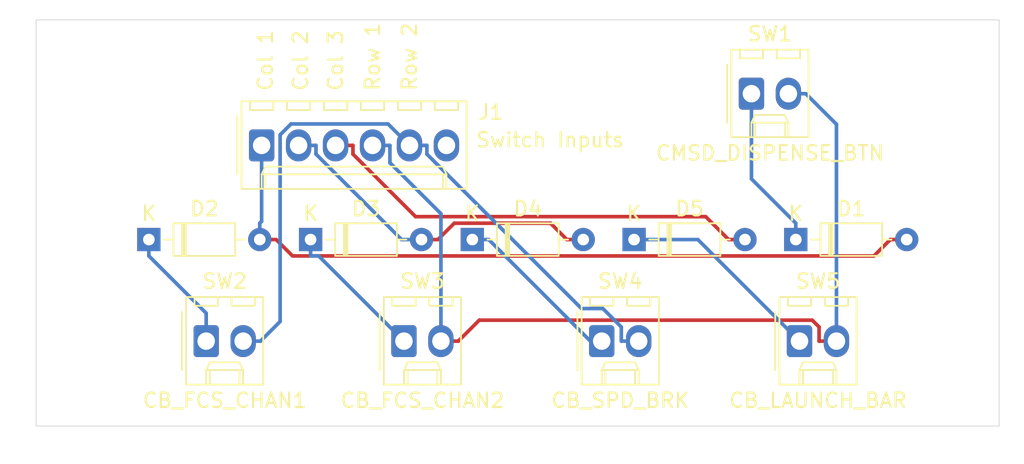
<source format=kicad_pcb>
(kicad_pcb (version 20171130) (host pcbnew "(5.1.5-0-10_14)")

  (general
    (thickness 1.6)
    (drawings 9)
    (tracks 63)
    (zones 0)
    (modules 15)
    (nets 11)
  )

  (page A4)
  (layers
    (0 F.Cu signal)
    (31 B.Cu signal)
    (32 B.Adhes user)
    (33 F.Adhes user)
    (34 B.Paste user)
    (35 F.Paste user)
    (36 B.SilkS user)
    (37 F.SilkS user)
    (38 B.Mask user)
    (39 F.Mask user)
    (40 Dwgs.User user)
    (41 Cmts.User user)
    (42 Eco1.User user)
    (43 Eco2.User user)
    (44 Edge.Cuts user)
    (45 Margin user)
    (46 B.CrtYd user)
    (47 F.CrtYd user)
    (48 B.Fab user)
    (49 F.Fab user)
  )

  (setup
    (last_trace_width 0.25)
    (trace_clearance 0.2)
    (zone_clearance 0.508)
    (zone_45_only no)
    (trace_min 0.2)
    (via_size 0.8)
    (via_drill 0.4)
    (via_min_size 0.4)
    (via_min_drill 0.3)
    (uvia_size 0.3)
    (uvia_drill 0.1)
    (uvias_allowed no)
    (uvia_min_size 0.2)
    (uvia_min_drill 0.1)
    (edge_width 0.05)
    (segment_width 0.2)
    (pcb_text_width 0.3)
    (pcb_text_size 1.5 1.5)
    (mod_edge_width 0.12)
    (mod_text_size 1 1)
    (mod_text_width 0.15)
    (pad_size 1.524 1.524)
    (pad_drill 0.762)
    (pad_to_mask_clearance 0.051)
    (solder_mask_min_width 0.25)
    (aux_axis_origin 0 0)
    (visible_elements FFFFFF7F)
    (pcbplotparams
      (layerselection 0x010fc_ffffffff)
      (usegerberextensions false)
      (usegerberattributes false)
      (usegerberadvancedattributes false)
      (creategerberjobfile false)
      (excludeedgelayer true)
      (linewidth 0.100000)
      (plotframeref false)
      (viasonmask false)
      (mode 1)
      (useauxorigin false)
      (hpglpennumber 1)
      (hpglpenspeed 20)
      (hpglpendiameter 15.000000)
      (psnegative false)
      (psa4output false)
      (plotreference true)
      (plotvalue true)
      (plotinvisibletext false)
      (padsonsilk false)
      (subtractmaskfromsilk false)
      (outputformat 1)
      (mirror false)
      (drillshape 0)
      (scaleselection 1)
      (outputdirectory "manufacturing"))
  )

  (net 0 "")
  (net 1 /Col1)
  (net 2 "Net-(D1-Pad1)")
  (net 3 "Net-(D2-Pad1)")
  (net 4 /Col2)
  (net 5 "Net-(D3-Pad1)")
  (net 6 "Net-(D4-Pad1)")
  (net 7 /Col3)
  (net 8 "Net-(D5-Pad1)")
  (net 9 /Row2)
  (net 10 /Row1)

  (net_class Default "This is the default net class."
    (clearance 0.2)
    (trace_width 0.25)
    (via_dia 0.8)
    (via_drill 0.4)
    (uvia_dia 0.3)
    (uvia_drill 0.1)
    (add_net /Col1)
    (add_net /Col2)
    (add_net /Col3)
    (add_net /Row1)
    (add_net /Row2)
    (add_net "Net-(D1-Pad1)")
    (add_net "Net-(D2-Pad1)")
    (add_net "Net-(D3-Pad1)")
    (add_net "Net-(D4-Pad1)")
    (add_net "Net-(D5-Pad1)")
  )

  (module PT_Library_v001:Molex_1x02_P2.54mm_Vertical (layer F.Cu) (tedit 5B78013E) (tstamp 604BF964)
    (at 158.496 109.855)
    (descr "Molex KK-254 Interconnect System, old/engineering part number: AE-6410-02A example for new part number: 22-27-2021, 2 Pins (http://www.molex.com/pdm_docs/sd/022272021_sd.pdf), generated with kicad-footprint-generator")
    (tags "connector Molex KK-254 side entry")
    (path /5FCBFB32)
    (fp_text reference SW5 (at 1.27 -4.12) (layer F.SilkS)
      (effects (font (size 1 1) (thickness 0.15)))
    )
    (fp_text value CB_LAUNCH_BAR (at 1.27 4.08) (layer F.SilkS)
      (effects (font (size 1 1) (thickness 0.15)))
    )
    (fp_text user %R (at 1.27 -2.22) (layer F.Fab)
      (effects (font (size 1 1) (thickness 0.15)))
    )
    (fp_line (start 4.31 -3.42) (end -1.77 -3.42) (layer F.CrtYd) (width 0.05))
    (fp_line (start 4.31 3.38) (end 4.31 -3.42) (layer F.CrtYd) (width 0.05))
    (fp_line (start -1.77 3.38) (end 4.31 3.38) (layer F.CrtYd) (width 0.05))
    (fp_line (start -1.77 -3.42) (end -1.77 3.38) (layer F.CrtYd) (width 0.05))
    (fp_line (start 3.34 -2.43) (end 3.34 -3.03) (layer F.SilkS) (width 0.12))
    (fp_line (start 1.74 -2.43) (end 3.34 -2.43) (layer F.SilkS) (width 0.12))
    (fp_line (start 1.74 -3.03) (end 1.74 -2.43) (layer F.SilkS) (width 0.12))
    (fp_line (start 0.8 -2.43) (end 0.8 -3.03) (layer F.SilkS) (width 0.12))
    (fp_line (start -0.8 -2.43) (end 0.8 -2.43) (layer F.SilkS) (width 0.12))
    (fp_line (start -0.8 -3.03) (end -0.8 -2.43) (layer F.SilkS) (width 0.12))
    (fp_line (start 2.29 2.99) (end 2.29 1.99) (layer F.SilkS) (width 0.12))
    (fp_line (start 0.25 2.99) (end 0.25 1.99) (layer F.SilkS) (width 0.12))
    (fp_line (start 2.29 1.46) (end 2.54 1.99) (layer F.SilkS) (width 0.12))
    (fp_line (start 0.25 1.46) (end 2.29 1.46) (layer F.SilkS) (width 0.12))
    (fp_line (start 0 1.99) (end 0.25 1.46) (layer F.SilkS) (width 0.12))
    (fp_line (start 2.54 1.99) (end 2.54 2.99) (layer F.SilkS) (width 0.12))
    (fp_line (start 0 1.99) (end 2.54 1.99) (layer F.SilkS) (width 0.12))
    (fp_line (start 0 2.99) (end 0 1.99) (layer F.SilkS) (width 0.12))
    (fp_line (start -0.562893 0) (end -1.27 0.5) (layer F.Fab) (width 0.1))
    (fp_line (start -1.27 -0.5) (end -0.562893 0) (layer F.Fab) (width 0.1))
    (fp_line (start -1.67 -2) (end -1.67 2) (layer F.SilkS) (width 0.12))
    (fp_line (start 3.92 -3.03) (end -1.38 -3.03) (layer F.SilkS) (width 0.12))
    (fp_line (start 3.92 2.99) (end 3.92 -3.03) (layer F.SilkS) (width 0.12))
    (fp_line (start -1.38 2.99) (end 3.92 2.99) (layer F.SilkS) (width 0.12))
    (fp_line (start -1.38 -3.03) (end -1.38 2.99) (layer F.SilkS) (width 0.12))
    (fp_line (start 3.81 -2.92) (end -1.27 -2.92) (layer F.Fab) (width 0.1))
    (fp_line (start 3.81 2.88) (end 3.81 -2.92) (layer F.Fab) (width 0.1))
    (fp_line (start -1.27 2.88) (end 3.81 2.88) (layer F.Fab) (width 0.1))
    (fp_line (start -1.27 -2.92) (end -1.27 2.88) (layer F.Fab) (width 0.1))
    (pad 2 thru_hole oval (at 2.54 0) (size 1.74 2.2) (drill 1.2) (layers *.Cu *.Mask)
      (net 10 /Row1))
    (pad 1 thru_hole roundrect (at 0 0) (size 1.74 2.2) (drill 1.2) (layers *.Cu *.Mask) (roundrect_rratio 0.143678)
      (net 8 "Net-(D5-Pad1)"))
    (model ${KISYS3DMOD}/Connector_Molex.3dshapes/Molex_KK-254_AE-6410-02A_1x02_P2.54mm_Vertical.wrl
      (at (xyz 0 0 0))
      (scale (xyz 1 1 1))
      (rotate (xyz 0 0 0))
    )
  )

  (module PT_Library_v001:Molex_1x02_P2.54mm_Vertical (layer F.Cu) (tedit 5B78013E) (tstamp 604BF940)
    (at 144.907 109.855)
    (descr "Molex KK-254 Interconnect System, old/engineering part number: AE-6410-02A example for new part number: 22-27-2021, 2 Pins (http://www.molex.com/pdm_docs/sd/022272021_sd.pdf), generated with kicad-footprint-generator")
    (tags "connector Molex KK-254 side entry")
    (path /5FCBF386)
    (fp_text reference SW4 (at 1.27 -4.12) (layer F.SilkS)
      (effects (font (size 1 1) (thickness 0.15)))
    )
    (fp_text value CB_SPD_BRK (at 1.27 4.08) (layer F.SilkS)
      (effects (font (size 1 1) (thickness 0.15)))
    )
    (fp_text user %R (at 1.27 -2.22) (layer F.Fab)
      (effects (font (size 1 1) (thickness 0.15)))
    )
    (fp_line (start 4.31 -3.42) (end -1.77 -3.42) (layer F.CrtYd) (width 0.05))
    (fp_line (start 4.31 3.38) (end 4.31 -3.42) (layer F.CrtYd) (width 0.05))
    (fp_line (start -1.77 3.38) (end 4.31 3.38) (layer F.CrtYd) (width 0.05))
    (fp_line (start -1.77 -3.42) (end -1.77 3.38) (layer F.CrtYd) (width 0.05))
    (fp_line (start 3.34 -2.43) (end 3.34 -3.03) (layer F.SilkS) (width 0.12))
    (fp_line (start 1.74 -2.43) (end 3.34 -2.43) (layer F.SilkS) (width 0.12))
    (fp_line (start 1.74 -3.03) (end 1.74 -2.43) (layer F.SilkS) (width 0.12))
    (fp_line (start 0.8 -2.43) (end 0.8 -3.03) (layer F.SilkS) (width 0.12))
    (fp_line (start -0.8 -2.43) (end 0.8 -2.43) (layer F.SilkS) (width 0.12))
    (fp_line (start -0.8 -3.03) (end -0.8 -2.43) (layer F.SilkS) (width 0.12))
    (fp_line (start 2.29 2.99) (end 2.29 1.99) (layer F.SilkS) (width 0.12))
    (fp_line (start 0.25 2.99) (end 0.25 1.99) (layer F.SilkS) (width 0.12))
    (fp_line (start 2.29 1.46) (end 2.54 1.99) (layer F.SilkS) (width 0.12))
    (fp_line (start 0.25 1.46) (end 2.29 1.46) (layer F.SilkS) (width 0.12))
    (fp_line (start 0 1.99) (end 0.25 1.46) (layer F.SilkS) (width 0.12))
    (fp_line (start 2.54 1.99) (end 2.54 2.99) (layer F.SilkS) (width 0.12))
    (fp_line (start 0 1.99) (end 2.54 1.99) (layer F.SilkS) (width 0.12))
    (fp_line (start 0 2.99) (end 0 1.99) (layer F.SilkS) (width 0.12))
    (fp_line (start -0.562893 0) (end -1.27 0.5) (layer F.Fab) (width 0.1))
    (fp_line (start -1.27 -0.5) (end -0.562893 0) (layer F.Fab) (width 0.1))
    (fp_line (start -1.67 -2) (end -1.67 2) (layer F.SilkS) (width 0.12))
    (fp_line (start 3.92 -3.03) (end -1.38 -3.03) (layer F.SilkS) (width 0.12))
    (fp_line (start 3.92 2.99) (end 3.92 -3.03) (layer F.SilkS) (width 0.12))
    (fp_line (start -1.38 2.99) (end 3.92 2.99) (layer F.SilkS) (width 0.12))
    (fp_line (start -1.38 -3.03) (end -1.38 2.99) (layer F.SilkS) (width 0.12))
    (fp_line (start 3.81 -2.92) (end -1.27 -2.92) (layer F.Fab) (width 0.1))
    (fp_line (start 3.81 2.88) (end 3.81 -2.92) (layer F.Fab) (width 0.1))
    (fp_line (start -1.27 2.88) (end 3.81 2.88) (layer F.Fab) (width 0.1))
    (fp_line (start -1.27 -2.92) (end -1.27 2.88) (layer F.Fab) (width 0.1))
    (pad 2 thru_hole oval (at 2.54 0) (size 1.74 2.2) (drill 1.2) (layers *.Cu *.Mask)
      (net 9 /Row2))
    (pad 1 thru_hole roundrect (at 0 0) (size 1.74 2.2) (drill 1.2) (layers *.Cu *.Mask) (roundrect_rratio 0.143678)
      (net 6 "Net-(D4-Pad1)"))
    (model ${KISYS3DMOD}/Connector_Molex.3dshapes/Molex_KK-254_AE-6410-02A_1x02_P2.54mm_Vertical.wrl
      (at (xyz 0 0 0))
      (scale (xyz 1 1 1))
      (rotate (xyz 0 0 0))
    )
  )

  (module PT_Library_v001:Molex_1x02_P2.54mm_Vertical (layer F.Cu) (tedit 5B78013E) (tstamp 604BF91C)
    (at 131.318 109.855)
    (descr "Molex KK-254 Interconnect System, old/engineering part number: AE-6410-02A example for new part number: 22-27-2021, 2 Pins (http://www.molex.com/pdm_docs/sd/022272021_sd.pdf), generated with kicad-footprint-generator")
    (tags "connector Molex KK-254 side entry")
    (path /5FCBEC5D)
    (fp_text reference SW3 (at 1.27 -4.12) (layer F.SilkS)
      (effects (font (size 1 1) (thickness 0.15)))
    )
    (fp_text value CB_FCS_CHAN2 (at 1.27 4.08) (layer F.SilkS)
      (effects (font (size 1 1) (thickness 0.15)))
    )
    (fp_text user %R (at 1.27 -2.22) (layer F.Fab)
      (effects (font (size 1 1) (thickness 0.15)))
    )
    (fp_line (start 4.31 -3.42) (end -1.77 -3.42) (layer F.CrtYd) (width 0.05))
    (fp_line (start 4.31 3.38) (end 4.31 -3.42) (layer F.CrtYd) (width 0.05))
    (fp_line (start -1.77 3.38) (end 4.31 3.38) (layer F.CrtYd) (width 0.05))
    (fp_line (start -1.77 -3.42) (end -1.77 3.38) (layer F.CrtYd) (width 0.05))
    (fp_line (start 3.34 -2.43) (end 3.34 -3.03) (layer F.SilkS) (width 0.12))
    (fp_line (start 1.74 -2.43) (end 3.34 -2.43) (layer F.SilkS) (width 0.12))
    (fp_line (start 1.74 -3.03) (end 1.74 -2.43) (layer F.SilkS) (width 0.12))
    (fp_line (start 0.8 -2.43) (end 0.8 -3.03) (layer F.SilkS) (width 0.12))
    (fp_line (start -0.8 -2.43) (end 0.8 -2.43) (layer F.SilkS) (width 0.12))
    (fp_line (start -0.8 -3.03) (end -0.8 -2.43) (layer F.SilkS) (width 0.12))
    (fp_line (start 2.29 2.99) (end 2.29 1.99) (layer F.SilkS) (width 0.12))
    (fp_line (start 0.25 2.99) (end 0.25 1.99) (layer F.SilkS) (width 0.12))
    (fp_line (start 2.29 1.46) (end 2.54 1.99) (layer F.SilkS) (width 0.12))
    (fp_line (start 0.25 1.46) (end 2.29 1.46) (layer F.SilkS) (width 0.12))
    (fp_line (start 0 1.99) (end 0.25 1.46) (layer F.SilkS) (width 0.12))
    (fp_line (start 2.54 1.99) (end 2.54 2.99) (layer F.SilkS) (width 0.12))
    (fp_line (start 0 1.99) (end 2.54 1.99) (layer F.SilkS) (width 0.12))
    (fp_line (start 0 2.99) (end 0 1.99) (layer F.SilkS) (width 0.12))
    (fp_line (start -0.562893 0) (end -1.27 0.5) (layer F.Fab) (width 0.1))
    (fp_line (start -1.27 -0.5) (end -0.562893 0) (layer F.Fab) (width 0.1))
    (fp_line (start -1.67 -2) (end -1.67 2) (layer F.SilkS) (width 0.12))
    (fp_line (start 3.92 -3.03) (end -1.38 -3.03) (layer F.SilkS) (width 0.12))
    (fp_line (start 3.92 2.99) (end 3.92 -3.03) (layer F.SilkS) (width 0.12))
    (fp_line (start -1.38 2.99) (end 3.92 2.99) (layer F.SilkS) (width 0.12))
    (fp_line (start -1.38 -3.03) (end -1.38 2.99) (layer F.SilkS) (width 0.12))
    (fp_line (start 3.81 -2.92) (end -1.27 -2.92) (layer F.Fab) (width 0.1))
    (fp_line (start 3.81 2.88) (end 3.81 -2.92) (layer F.Fab) (width 0.1))
    (fp_line (start -1.27 2.88) (end 3.81 2.88) (layer F.Fab) (width 0.1))
    (fp_line (start -1.27 -2.92) (end -1.27 2.88) (layer F.Fab) (width 0.1))
    (pad 2 thru_hole oval (at 2.54 0) (size 1.74 2.2) (drill 1.2) (layers *.Cu *.Mask)
      (net 10 /Row1))
    (pad 1 thru_hole roundrect (at 0 0) (size 1.74 2.2) (drill 1.2) (layers *.Cu *.Mask) (roundrect_rratio 0.143678)
      (net 5 "Net-(D3-Pad1)"))
    (model ${KISYS3DMOD}/Connector_Molex.3dshapes/Molex_KK-254_AE-6410-02A_1x02_P2.54mm_Vertical.wrl
      (at (xyz 0 0 0))
      (scale (xyz 1 1 1))
      (rotate (xyz 0 0 0))
    )
  )

  (module PT_Library_v001:Molex_1x02_P2.54mm_Vertical (layer F.Cu) (tedit 5B78013E) (tstamp 604BF8F8)
    (at 117.729 109.855)
    (descr "Molex KK-254 Interconnect System, old/engineering part number: AE-6410-02A example for new part number: 22-27-2021, 2 Pins (http://www.molex.com/pdm_docs/sd/022272021_sd.pdf), generated with kicad-footprint-generator")
    (tags "connector Molex KK-254 side entry")
    (path /5FCBDA4D)
    (fp_text reference SW2 (at 1.27 -4.12) (layer F.SilkS)
      (effects (font (size 1 1) (thickness 0.15)))
    )
    (fp_text value CB_FCS_CHAN1 (at 1.27 4.08) (layer F.SilkS)
      (effects (font (size 1 1) (thickness 0.15)))
    )
    (fp_text user %R (at 1.27 -2.22) (layer F.Fab)
      (effects (font (size 1 1) (thickness 0.15)))
    )
    (fp_line (start 4.31 -3.42) (end -1.77 -3.42) (layer F.CrtYd) (width 0.05))
    (fp_line (start 4.31 3.38) (end 4.31 -3.42) (layer F.CrtYd) (width 0.05))
    (fp_line (start -1.77 3.38) (end 4.31 3.38) (layer F.CrtYd) (width 0.05))
    (fp_line (start -1.77 -3.42) (end -1.77 3.38) (layer F.CrtYd) (width 0.05))
    (fp_line (start 3.34 -2.43) (end 3.34 -3.03) (layer F.SilkS) (width 0.12))
    (fp_line (start 1.74 -2.43) (end 3.34 -2.43) (layer F.SilkS) (width 0.12))
    (fp_line (start 1.74 -3.03) (end 1.74 -2.43) (layer F.SilkS) (width 0.12))
    (fp_line (start 0.8 -2.43) (end 0.8 -3.03) (layer F.SilkS) (width 0.12))
    (fp_line (start -0.8 -2.43) (end 0.8 -2.43) (layer F.SilkS) (width 0.12))
    (fp_line (start -0.8 -3.03) (end -0.8 -2.43) (layer F.SilkS) (width 0.12))
    (fp_line (start 2.29 2.99) (end 2.29 1.99) (layer F.SilkS) (width 0.12))
    (fp_line (start 0.25 2.99) (end 0.25 1.99) (layer F.SilkS) (width 0.12))
    (fp_line (start 2.29 1.46) (end 2.54 1.99) (layer F.SilkS) (width 0.12))
    (fp_line (start 0.25 1.46) (end 2.29 1.46) (layer F.SilkS) (width 0.12))
    (fp_line (start 0 1.99) (end 0.25 1.46) (layer F.SilkS) (width 0.12))
    (fp_line (start 2.54 1.99) (end 2.54 2.99) (layer F.SilkS) (width 0.12))
    (fp_line (start 0 1.99) (end 2.54 1.99) (layer F.SilkS) (width 0.12))
    (fp_line (start 0 2.99) (end 0 1.99) (layer F.SilkS) (width 0.12))
    (fp_line (start -0.562893 0) (end -1.27 0.5) (layer F.Fab) (width 0.1))
    (fp_line (start -1.27 -0.5) (end -0.562893 0) (layer F.Fab) (width 0.1))
    (fp_line (start -1.67 -2) (end -1.67 2) (layer F.SilkS) (width 0.12))
    (fp_line (start 3.92 -3.03) (end -1.38 -3.03) (layer F.SilkS) (width 0.12))
    (fp_line (start 3.92 2.99) (end 3.92 -3.03) (layer F.SilkS) (width 0.12))
    (fp_line (start -1.38 2.99) (end 3.92 2.99) (layer F.SilkS) (width 0.12))
    (fp_line (start -1.38 -3.03) (end -1.38 2.99) (layer F.SilkS) (width 0.12))
    (fp_line (start 3.81 -2.92) (end -1.27 -2.92) (layer F.Fab) (width 0.1))
    (fp_line (start 3.81 2.88) (end 3.81 -2.92) (layer F.Fab) (width 0.1))
    (fp_line (start -1.27 2.88) (end 3.81 2.88) (layer F.Fab) (width 0.1))
    (fp_line (start -1.27 -2.92) (end -1.27 2.88) (layer F.Fab) (width 0.1))
    (pad 2 thru_hole oval (at 2.54 0) (size 1.74 2.2) (drill 1.2) (layers *.Cu *.Mask)
      (net 9 /Row2))
    (pad 1 thru_hole roundrect (at 0 0) (size 1.74 2.2) (drill 1.2) (layers *.Cu *.Mask) (roundrect_rratio 0.143678)
      (net 3 "Net-(D2-Pad1)"))
    (model ${KISYS3DMOD}/Connector_Molex.3dshapes/Molex_KK-254_AE-6410-02A_1x02_P2.54mm_Vertical.wrl
      (at (xyz 0 0 0))
      (scale (xyz 1 1 1))
      (rotate (xyz 0 0 0))
    )
  )

  (module PT_Library_v001:Molex_1x02_P2.54mm_Vertical (layer F.Cu) (tedit 5B78013E) (tstamp 604BF8D4)
    (at 155.194 92.837)
    (descr "Molex KK-254 Interconnect System, old/engineering part number: AE-6410-02A example for new part number: 22-27-2021, 2 Pins (http://www.molex.com/pdm_docs/sd/022272021_sd.pdf), generated with kicad-footprint-generator")
    (tags "connector Molex KK-254 side entry")
    (path /5FC6A958)
    (fp_text reference SW1 (at 1.27 -4.12) (layer F.SilkS)
      (effects (font (size 1 1) (thickness 0.15)))
    )
    (fp_text value CMSD_DISPENSE_BTN (at 1.27 4.08) (layer F.SilkS)
      (effects (font (size 1 1) (thickness 0.15)))
    )
    (fp_text user %R (at 1.27 -2.22) (layer F.Fab)
      (effects (font (size 1 1) (thickness 0.15)))
    )
    (fp_line (start 4.31 -3.42) (end -1.77 -3.42) (layer F.CrtYd) (width 0.05))
    (fp_line (start 4.31 3.38) (end 4.31 -3.42) (layer F.CrtYd) (width 0.05))
    (fp_line (start -1.77 3.38) (end 4.31 3.38) (layer F.CrtYd) (width 0.05))
    (fp_line (start -1.77 -3.42) (end -1.77 3.38) (layer F.CrtYd) (width 0.05))
    (fp_line (start 3.34 -2.43) (end 3.34 -3.03) (layer F.SilkS) (width 0.12))
    (fp_line (start 1.74 -2.43) (end 3.34 -2.43) (layer F.SilkS) (width 0.12))
    (fp_line (start 1.74 -3.03) (end 1.74 -2.43) (layer F.SilkS) (width 0.12))
    (fp_line (start 0.8 -2.43) (end 0.8 -3.03) (layer F.SilkS) (width 0.12))
    (fp_line (start -0.8 -2.43) (end 0.8 -2.43) (layer F.SilkS) (width 0.12))
    (fp_line (start -0.8 -3.03) (end -0.8 -2.43) (layer F.SilkS) (width 0.12))
    (fp_line (start 2.29 2.99) (end 2.29 1.99) (layer F.SilkS) (width 0.12))
    (fp_line (start 0.25 2.99) (end 0.25 1.99) (layer F.SilkS) (width 0.12))
    (fp_line (start 2.29 1.46) (end 2.54 1.99) (layer F.SilkS) (width 0.12))
    (fp_line (start 0.25 1.46) (end 2.29 1.46) (layer F.SilkS) (width 0.12))
    (fp_line (start 0 1.99) (end 0.25 1.46) (layer F.SilkS) (width 0.12))
    (fp_line (start 2.54 1.99) (end 2.54 2.99) (layer F.SilkS) (width 0.12))
    (fp_line (start 0 1.99) (end 2.54 1.99) (layer F.SilkS) (width 0.12))
    (fp_line (start 0 2.99) (end 0 1.99) (layer F.SilkS) (width 0.12))
    (fp_line (start -0.562893 0) (end -1.27 0.5) (layer F.Fab) (width 0.1))
    (fp_line (start -1.27 -0.5) (end -0.562893 0) (layer F.Fab) (width 0.1))
    (fp_line (start -1.67 -2) (end -1.67 2) (layer F.SilkS) (width 0.12))
    (fp_line (start 3.92 -3.03) (end -1.38 -3.03) (layer F.SilkS) (width 0.12))
    (fp_line (start 3.92 2.99) (end 3.92 -3.03) (layer F.SilkS) (width 0.12))
    (fp_line (start -1.38 2.99) (end 3.92 2.99) (layer F.SilkS) (width 0.12))
    (fp_line (start -1.38 -3.03) (end -1.38 2.99) (layer F.SilkS) (width 0.12))
    (fp_line (start 3.81 -2.92) (end -1.27 -2.92) (layer F.Fab) (width 0.1))
    (fp_line (start 3.81 2.88) (end 3.81 -2.92) (layer F.Fab) (width 0.1))
    (fp_line (start -1.27 2.88) (end 3.81 2.88) (layer F.Fab) (width 0.1))
    (fp_line (start -1.27 -2.92) (end -1.27 2.88) (layer F.Fab) (width 0.1))
    (pad 2 thru_hole oval (at 2.54 0) (size 1.74 2.2) (drill 1.2) (layers *.Cu *.Mask)
      (net 10 /Row1))
    (pad 1 thru_hole roundrect (at 0 0) (size 1.74 2.2) (drill 1.2) (layers *.Cu *.Mask) (roundrect_rratio 0.143678)
      (net 2 "Net-(D1-Pad1)"))
    (model ${KISYS3DMOD}/Connector_Molex.3dshapes/Molex_KK-254_AE-6410-02A_1x02_P2.54mm_Vertical.wrl
      (at (xyz 0 0 0))
      (scale (xyz 1 1 1))
      (rotate (xyz 0 0 0))
    )
  )

  (module PT_Library_v001:Molex_1x06_P2.54mm_Vertical (layer F.Cu) (tedit 5B78013E) (tstamp 604BF8B0)
    (at 121.539 96.393)
    (descr "Molex KK-254 Interconnect System, old/engineering part number: AE-6410-06A example for new part number: 22-27-2061, 6 Pins (http://www.molex.com/pdm_docs/sd/022272021_sd.pdf), generated with kicad-footprint-generator")
    (tags "connector Molex KK-254 side entry")
    (path /5FCC4B59)
    (fp_text reference J1 (at 15.748 -2.286) (layer F.SilkS)
      (effects (font (size 1 1) (thickness 0.15)))
    )
    (fp_text value "Switch Inputs" (at 19.812 -0.381) (layer F.SilkS)
      (effects (font (size 1 1) (thickness 0.15)))
    )
    (fp_text user %R (at 6.35 -2.22) (layer F.Fab)
      (effects (font (size 1 1) (thickness 0.15)))
    )
    (fp_line (start 14.47 -3.42) (end -1.77 -3.42) (layer F.CrtYd) (width 0.05))
    (fp_line (start 14.47 3.38) (end 14.47 -3.42) (layer F.CrtYd) (width 0.05))
    (fp_line (start -1.77 3.38) (end 14.47 3.38) (layer F.CrtYd) (width 0.05))
    (fp_line (start -1.77 -3.42) (end -1.77 3.38) (layer F.CrtYd) (width 0.05))
    (fp_line (start 13.5 -2.43) (end 13.5 -3.03) (layer F.SilkS) (width 0.12))
    (fp_line (start 11.9 -2.43) (end 13.5 -2.43) (layer F.SilkS) (width 0.12))
    (fp_line (start 11.9 -3.03) (end 11.9 -2.43) (layer F.SilkS) (width 0.12))
    (fp_line (start 10.96 -2.43) (end 10.96 -3.03) (layer F.SilkS) (width 0.12))
    (fp_line (start 9.36 -2.43) (end 10.96 -2.43) (layer F.SilkS) (width 0.12))
    (fp_line (start 9.36 -3.03) (end 9.36 -2.43) (layer F.SilkS) (width 0.12))
    (fp_line (start 8.42 -2.43) (end 8.42 -3.03) (layer F.SilkS) (width 0.12))
    (fp_line (start 6.82 -2.43) (end 8.42 -2.43) (layer F.SilkS) (width 0.12))
    (fp_line (start 6.82 -3.03) (end 6.82 -2.43) (layer F.SilkS) (width 0.12))
    (fp_line (start 5.88 -2.43) (end 5.88 -3.03) (layer F.SilkS) (width 0.12))
    (fp_line (start 4.28 -2.43) (end 5.88 -2.43) (layer F.SilkS) (width 0.12))
    (fp_line (start 4.28 -3.03) (end 4.28 -2.43) (layer F.SilkS) (width 0.12))
    (fp_line (start 3.34 -2.43) (end 3.34 -3.03) (layer F.SilkS) (width 0.12))
    (fp_line (start 1.74 -2.43) (end 3.34 -2.43) (layer F.SilkS) (width 0.12))
    (fp_line (start 1.74 -3.03) (end 1.74 -2.43) (layer F.SilkS) (width 0.12))
    (fp_line (start 0.8 -2.43) (end 0.8 -3.03) (layer F.SilkS) (width 0.12))
    (fp_line (start -0.8 -2.43) (end 0.8 -2.43) (layer F.SilkS) (width 0.12))
    (fp_line (start -0.8 -3.03) (end -0.8 -2.43) (layer F.SilkS) (width 0.12))
    (fp_line (start 12.45 2.99) (end 12.45 1.99) (layer F.SilkS) (width 0.12))
    (fp_line (start 0.25 2.99) (end 0.25 1.99) (layer F.SilkS) (width 0.12))
    (fp_line (start 12.45 1.46) (end 12.7 1.99) (layer F.SilkS) (width 0.12))
    (fp_line (start 0.25 1.46) (end 12.45 1.46) (layer F.SilkS) (width 0.12))
    (fp_line (start 0 1.99) (end 0.25 1.46) (layer F.SilkS) (width 0.12))
    (fp_line (start 12.7 1.99) (end 12.7 2.99) (layer F.SilkS) (width 0.12))
    (fp_line (start 0 1.99) (end 12.7 1.99) (layer F.SilkS) (width 0.12))
    (fp_line (start 0 2.99) (end 0 1.99) (layer F.SilkS) (width 0.12))
    (fp_line (start -0.562893 0) (end -1.27 0.5) (layer F.Fab) (width 0.1))
    (fp_line (start -1.27 -0.5) (end -0.562893 0) (layer F.Fab) (width 0.1))
    (fp_line (start -1.67 -2) (end -1.67 2) (layer F.SilkS) (width 0.12))
    (fp_line (start 14.08 -3.03) (end -1.38 -3.03) (layer F.SilkS) (width 0.12))
    (fp_line (start 14.08 2.99) (end 14.08 -3.03) (layer F.SilkS) (width 0.12))
    (fp_line (start -1.38 2.99) (end 14.08 2.99) (layer F.SilkS) (width 0.12))
    (fp_line (start -1.38 -3.03) (end -1.38 2.99) (layer F.SilkS) (width 0.12))
    (fp_line (start 13.97 -2.92) (end -1.27 -2.92) (layer F.Fab) (width 0.1))
    (fp_line (start 13.97 2.88) (end 13.97 -2.92) (layer F.Fab) (width 0.1))
    (fp_line (start -1.27 2.88) (end 13.97 2.88) (layer F.Fab) (width 0.1))
    (fp_line (start -1.27 -2.92) (end -1.27 2.88) (layer F.Fab) (width 0.1))
    (pad 6 thru_hole oval (at 12.7 0) (size 1.74 2.2) (drill 1.2) (layers *.Cu *.Mask))
    (pad 5 thru_hole oval (at 10.16 0) (size 1.74 2.2) (drill 1.2) (layers *.Cu *.Mask)
      (net 9 /Row2))
    (pad 4 thru_hole oval (at 7.62 0) (size 1.74 2.2) (drill 1.2) (layers *.Cu *.Mask)
      (net 10 /Row1))
    (pad 3 thru_hole oval (at 5.08 0) (size 1.74 2.2) (drill 1.2) (layers *.Cu *.Mask)
      (net 7 /Col3))
    (pad 2 thru_hole oval (at 2.54 0) (size 1.74 2.2) (drill 1.2) (layers *.Cu *.Mask)
      (net 4 /Col2))
    (pad 1 thru_hole roundrect (at 0 0) (size 1.74 2.2) (drill 1.2) (layers *.Cu *.Mask) (roundrect_rratio 0.143678)
      (net 1 /Col1))
    (model ${KISYS3DMOD}/Connector_Molex.3dshapes/Molex_KK-254_AE-6410-06A_1x06_P2.54mm_Vertical.wrl
      (at (xyz 0 0 0))
      (scale (xyz 1 1 1))
      (rotate (xyz 0 0 0))
    )
  )

  (module MountingHole:MountingHole_3.2mm_M3 (layer F.Cu) (tedit 56D1B4CB) (tstamp 604BF87C)
    (at 168.783 112.141)
    (descr "Mounting Hole 3.2mm, no annular, M3")
    (tags "mounting hole 3.2mm no annular m3")
    (path /604CC8A4)
    (attr virtual)
    (fp_text reference H4 (at 0 -4.2) (layer Dwgs.User)
      (effects (font (size 1 1) (thickness 0.15)))
    )
    (fp_text value MountingHole (at 0 4.2) (layer F.Fab)
      (effects (font (size 1 1) (thickness 0.15)))
    )
    (fp_circle (center 0 0) (end 3.45 0) (layer F.CrtYd) (width 0.05))
    (fp_circle (center 0 0) (end 3.2 0) (layer Cmts.User) (width 0.15))
    (fp_text user %R (at 0.3 0) (layer F.Fab)
      (effects (font (size 1 1) (thickness 0.15)))
    )
    (pad 1 np_thru_hole circle (at 0 0) (size 3.2 3.2) (drill 3.2) (layers *.Cu *.Mask))
  )

  (module MountingHole:MountingHole_3.2mm_M3 (layer F.Cu) (tedit 56D1B4CB) (tstamp 604BF874)
    (at 109.474 112.141)
    (descr "Mounting Hole 3.2mm, no annular, M3")
    (tags "mounting hole 3.2mm no annular m3")
    (path /604CC547)
    (attr virtual)
    (fp_text reference H3 (at 0 -4.2) (layer Dwgs.User)
      (effects (font (size 1 1) (thickness 0.15)))
    )
    (fp_text value MountingHole (at -0.762 5.334) (layer F.Fab)
      (effects (font (size 1 1) (thickness 0.15)))
    )
    (fp_circle (center 0 0) (end 3.45 0) (layer F.CrtYd) (width 0.05))
    (fp_circle (center 0 0) (end 3.2 0) (layer Cmts.User) (width 0.15))
    (fp_text user %R (at 0.3 0) (layer F.Fab)
      (effects (font (size 1 1) (thickness 0.15)))
    )
    (pad 1 np_thru_hole circle (at 0 0) (size 3.2 3.2) (drill 3.2) (layers *.Cu *.Mask))
  )

  (module MountingHole:MountingHole_3.2mm_M3 (layer F.Cu) (tedit 56D1B4CB) (tstamp 604BF86C)
    (at 168.783 91.44)
    (descr "Mounting Hole 3.2mm, no annular, M3")
    (tags "mounting hole 3.2mm no annular m3")
    (path /604CC22A)
    (attr virtual)
    (fp_text reference H2 (at 0 -4.2) (layer Dwgs.User)
      (effects (font (size 1 1) (thickness 0.15)))
    )
    (fp_text value MountingHole (at 0 4.2) (layer F.Fab)
      (effects (font (size 1 1) (thickness 0.15)))
    )
    (fp_circle (center 0 0) (end 3.45 0) (layer F.CrtYd) (width 0.05))
    (fp_circle (center 0 0) (end 3.2 0) (layer Cmts.User) (width 0.15))
    (fp_text user %R (at 0.3 0) (layer F.Fab)
      (effects (font (size 1 1) (thickness 0.15)))
    )
    (pad 1 np_thru_hole circle (at 0 0) (size 3.2 3.2) (drill 3.2) (layers *.Cu *.Mask))
  )

  (module MountingHole:MountingHole_3.2mm_M3 (layer F.Cu) (tedit 56D1B4CB) (tstamp 604BF864)
    (at 109.474 91.44)
    (descr "Mounting Hole 3.2mm, no annular, M3")
    (tags "mounting hole 3.2mm no annular m3")
    (path /604CC05E)
    (attr virtual)
    (fp_text reference H1 (at 0 -4.2) (layer Dwgs.User)
      (effects (font (size 1 1) (thickness 0.15)))
    )
    (fp_text value MountingHole (at 0 4.2) (layer F.Fab)
      (effects (font (size 1 1) (thickness 0.15)))
    )
    (fp_circle (center 0 0) (end 3.45 0) (layer F.CrtYd) (width 0.05))
    (fp_circle (center 0 0) (end 3.2 0) (layer Cmts.User) (width 0.15))
    (fp_text user %R (at 0.3 0) (layer F.Fab)
      (effects (font (size 1 1) (thickness 0.15)))
    )
    (pad 1 np_thru_hole circle (at 0 0) (size 3.2 3.2) (drill 3.2) (layers *.Cu *.Mask))
  )

  (module PT_Library_v001:D_Signal_P7.62mm_Horizontal (layer F.Cu) (tedit 5AE50CD5) (tstamp 604BF85C)
    (at 147.13 102.87)
    (descr "Diode, DO-35_SOD27 series, Axial, Horizontal, pin pitch=7.62mm, , length*diameter=4*2mm^2, , http://www.diodes.com/_files/packages/DO-35.pdf")
    (tags "Diode DO-35_SOD27 series Axial Horizontal pin pitch 7.62mm  length 4mm diameter 2mm")
    (path /5FCC1FC0)
    (fp_text reference D5 (at 3.81 -2.12) (layer F.SilkS)
      (effects (font (size 1 1) (thickness 0.15)))
    )
    (fp_text value D (at 3.81 2.12) (layer F.Fab)
      (effects (font (size 1 1) (thickness 0.15)))
    )
    (fp_text user K (at 0 -1.8) (layer F.SilkS)
      (effects (font (size 1 1) (thickness 0.15)))
    )
    (fp_text user K (at 0 -1.8) (layer F.Fab)
      (effects (font (size 1 1) (thickness 0.15)))
    )
    (fp_text user %R (at 4.11 0) (layer F.Fab)
      (effects (font (size 0.8 0.8) (thickness 0.12)))
    )
    (fp_line (start 8.67 -1.25) (end -1.05 -1.25) (layer F.CrtYd) (width 0.05))
    (fp_line (start 8.67 1.25) (end 8.67 -1.25) (layer F.CrtYd) (width 0.05))
    (fp_line (start -1.05 1.25) (end 8.67 1.25) (layer F.CrtYd) (width 0.05))
    (fp_line (start -1.05 -1.25) (end -1.05 1.25) (layer F.CrtYd) (width 0.05))
    (fp_line (start 2.29 -1.12) (end 2.29 1.12) (layer F.SilkS) (width 0.12))
    (fp_line (start 2.53 -1.12) (end 2.53 1.12) (layer F.SilkS) (width 0.12))
    (fp_line (start 2.41 -1.12) (end 2.41 1.12) (layer F.SilkS) (width 0.12))
    (fp_line (start 6.58 0) (end 5.93 0) (layer F.SilkS) (width 0.12))
    (fp_line (start 1.04 0) (end 1.69 0) (layer F.SilkS) (width 0.12))
    (fp_line (start 5.93 -1.12) (end 1.69 -1.12) (layer F.SilkS) (width 0.12))
    (fp_line (start 5.93 1.12) (end 5.93 -1.12) (layer F.SilkS) (width 0.12))
    (fp_line (start 1.69 1.12) (end 5.93 1.12) (layer F.SilkS) (width 0.12))
    (fp_line (start 1.69 -1.12) (end 1.69 1.12) (layer F.SilkS) (width 0.12))
    (fp_line (start 2.31 -1) (end 2.31 1) (layer F.Fab) (width 0.1))
    (fp_line (start 2.51 -1) (end 2.51 1) (layer F.Fab) (width 0.1))
    (fp_line (start 2.41 -1) (end 2.41 1) (layer F.Fab) (width 0.1))
    (fp_line (start 7.62 0) (end 5.81 0) (layer F.Fab) (width 0.1))
    (fp_line (start 0 0) (end 1.81 0) (layer F.Fab) (width 0.1))
    (fp_line (start 5.81 -1) (end 1.81 -1) (layer F.Fab) (width 0.1))
    (fp_line (start 5.81 1) (end 5.81 -1) (layer F.Fab) (width 0.1))
    (fp_line (start 1.81 1) (end 5.81 1) (layer F.Fab) (width 0.1))
    (fp_line (start 1.81 -1) (end 1.81 1) (layer F.Fab) (width 0.1))
    (pad 2 thru_hole oval (at 7.62 0) (size 1.6 1.6) (drill 0.8) (layers *.Cu *.Mask)
      (net 7 /Col3))
    (pad 1 thru_hole rect (at 0 0) (size 1.6 1.6) (drill 0.8) (layers *.Cu *.Mask)
      (net 8 "Net-(D5-Pad1)"))
    (model ${KISYS3DMOD}/Diode_THT.3dshapes/D_DO-35_SOD27_P7.62mm_Horizontal.wrl
      (at (xyz 0 0 0))
      (scale (xyz 1 1 1))
      (rotate (xyz 0 0 0))
    )
  )

  (module PT_Library_v001:D_Signal_P7.62mm_Horizontal (layer F.Cu) (tedit 5AE50CD5) (tstamp 604BF83D)
    (at 136.017 102.87)
    (descr "Diode, DO-35_SOD27 series, Axial, Horizontal, pin pitch=7.62mm, , length*diameter=4*2mm^2, , http://www.diodes.com/_files/packages/DO-35.pdf")
    (tags "Diode DO-35_SOD27 series Axial Horizontal pin pitch 7.62mm  length 4mm diameter 2mm")
    (path /5FCC18D9)
    (fp_text reference D4 (at 3.81 -2.12) (layer F.SilkS)
      (effects (font (size 1 1) (thickness 0.15)))
    )
    (fp_text value D (at 3.81 2.12) (layer F.Fab)
      (effects (font (size 1 1) (thickness 0.15)))
    )
    (fp_text user K (at 0 -1.8) (layer F.SilkS)
      (effects (font (size 1 1) (thickness 0.15)))
    )
    (fp_text user K (at 0 -1.8) (layer F.Fab)
      (effects (font (size 1 1) (thickness 0.15)))
    )
    (fp_text user %R (at 4.11 0) (layer F.Fab)
      (effects (font (size 0.8 0.8) (thickness 0.12)))
    )
    (fp_line (start 8.67 -1.25) (end -1.05 -1.25) (layer F.CrtYd) (width 0.05))
    (fp_line (start 8.67 1.25) (end 8.67 -1.25) (layer F.CrtYd) (width 0.05))
    (fp_line (start -1.05 1.25) (end 8.67 1.25) (layer F.CrtYd) (width 0.05))
    (fp_line (start -1.05 -1.25) (end -1.05 1.25) (layer F.CrtYd) (width 0.05))
    (fp_line (start 2.29 -1.12) (end 2.29 1.12) (layer F.SilkS) (width 0.12))
    (fp_line (start 2.53 -1.12) (end 2.53 1.12) (layer F.SilkS) (width 0.12))
    (fp_line (start 2.41 -1.12) (end 2.41 1.12) (layer F.SilkS) (width 0.12))
    (fp_line (start 6.58 0) (end 5.93 0) (layer F.SilkS) (width 0.12))
    (fp_line (start 1.04 0) (end 1.69 0) (layer F.SilkS) (width 0.12))
    (fp_line (start 5.93 -1.12) (end 1.69 -1.12) (layer F.SilkS) (width 0.12))
    (fp_line (start 5.93 1.12) (end 5.93 -1.12) (layer F.SilkS) (width 0.12))
    (fp_line (start 1.69 1.12) (end 5.93 1.12) (layer F.SilkS) (width 0.12))
    (fp_line (start 1.69 -1.12) (end 1.69 1.12) (layer F.SilkS) (width 0.12))
    (fp_line (start 2.31 -1) (end 2.31 1) (layer F.Fab) (width 0.1))
    (fp_line (start 2.51 -1) (end 2.51 1) (layer F.Fab) (width 0.1))
    (fp_line (start 2.41 -1) (end 2.41 1) (layer F.Fab) (width 0.1))
    (fp_line (start 7.62 0) (end 5.81 0) (layer F.Fab) (width 0.1))
    (fp_line (start 0 0) (end 1.81 0) (layer F.Fab) (width 0.1))
    (fp_line (start 5.81 -1) (end 1.81 -1) (layer F.Fab) (width 0.1))
    (fp_line (start 5.81 1) (end 5.81 -1) (layer F.Fab) (width 0.1))
    (fp_line (start 1.81 1) (end 5.81 1) (layer F.Fab) (width 0.1))
    (fp_line (start 1.81 -1) (end 1.81 1) (layer F.Fab) (width 0.1))
    (pad 2 thru_hole oval (at 7.62 0) (size 1.6 1.6) (drill 0.8) (layers *.Cu *.Mask)
      (net 4 /Col2))
    (pad 1 thru_hole rect (at 0 0) (size 1.6 1.6) (drill 0.8) (layers *.Cu *.Mask)
      (net 6 "Net-(D4-Pad1)"))
    (model ${KISYS3DMOD}/Diode_THT.3dshapes/D_DO-35_SOD27_P7.62mm_Horizontal.wrl
      (at (xyz 0 0 0))
      (scale (xyz 1 1 1))
      (rotate (xyz 0 0 0))
    )
  )

  (module PT_Library_v001:D_Signal_P7.62mm_Horizontal (layer F.Cu) (tedit 5AE50CD5) (tstamp 604BF81E)
    (at 124.904 102.87)
    (descr "Diode, DO-35_SOD27 series, Axial, Horizontal, pin pitch=7.62mm, , length*diameter=4*2mm^2, , http://www.diodes.com/_files/packages/DO-35.pdf")
    (tags "Diode DO-35_SOD27 series Axial Horizontal pin pitch 7.62mm  length 4mm diameter 2mm")
    (path /5FCC1171)
    (fp_text reference D3 (at 3.81 -2.12) (layer F.SilkS)
      (effects (font (size 1 1) (thickness 0.15)))
    )
    (fp_text value D (at 3.81 2.12) (layer F.Fab)
      (effects (font (size 1 1) (thickness 0.15)))
    )
    (fp_text user K (at 0 -1.8) (layer F.SilkS)
      (effects (font (size 1 1) (thickness 0.15)))
    )
    (fp_text user K (at 0 -1.8) (layer F.Fab)
      (effects (font (size 1 1) (thickness 0.15)))
    )
    (fp_text user %R (at 4.11 0) (layer F.Fab)
      (effects (font (size 0.8 0.8) (thickness 0.12)))
    )
    (fp_line (start 8.67 -1.25) (end -1.05 -1.25) (layer F.CrtYd) (width 0.05))
    (fp_line (start 8.67 1.25) (end 8.67 -1.25) (layer F.CrtYd) (width 0.05))
    (fp_line (start -1.05 1.25) (end 8.67 1.25) (layer F.CrtYd) (width 0.05))
    (fp_line (start -1.05 -1.25) (end -1.05 1.25) (layer F.CrtYd) (width 0.05))
    (fp_line (start 2.29 -1.12) (end 2.29 1.12) (layer F.SilkS) (width 0.12))
    (fp_line (start 2.53 -1.12) (end 2.53 1.12) (layer F.SilkS) (width 0.12))
    (fp_line (start 2.41 -1.12) (end 2.41 1.12) (layer F.SilkS) (width 0.12))
    (fp_line (start 6.58 0) (end 5.93 0) (layer F.SilkS) (width 0.12))
    (fp_line (start 1.04 0) (end 1.69 0) (layer F.SilkS) (width 0.12))
    (fp_line (start 5.93 -1.12) (end 1.69 -1.12) (layer F.SilkS) (width 0.12))
    (fp_line (start 5.93 1.12) (end 5.93 -1.12) (layer F.SilkS) (width 0.12))
    (fp_line (start 1.69 1.12) (end 5.93 1.12) (layer F.SilkS) (width 0.12))
    (fp_line (start 1.69 -1.12) (end 1.69 1.12) (layer F.SilkS) (width 0.12))
    (fp_line (start 2.31 -1) (end 2.31 1) (layer F.Fab) (width 0.1))
    (fp_line (start 2.51 -1) (end 2.51 1) (layer F.Fab) (width 0.1))
    (fp_line (start 2.41 -1) (end 2.41 1) (layer F.Fab) (width 0.1))
    (fp_line (start 7.62 0) (end 5.81 0) (layer F.Fab) (width 0.1))
    (fp_line (start 0 0) (end 1.81 0) (layer F.Fab) (width 0.1))
    (fp_line (start 5.81 -1) (end 1.81 -1) (layer F.Fab) (width 0.1))
    (fp_line (start 5.81 1) (end 5.81 -1) (layer F.Fab) (width 0.1))
    (fp_line (start 1.81 1) (end 5.81 1) (layer F.Fab) (width 0.1))
    (fp_line (start 1.81 -1) (end 1.81 1) (layer F.Fab) (width 0.1))
    (pad 2 thru_hole oval (at 7.62 0) (size 1.6 1.6) (drill 0.8) (layers *.Cu *.Mask)
      (net 4 /Col2))
    (pad 1 thru_hole rect (at 0 0) (size 1.6 1.6) (drill 0.8) (layers *.Cu *.Mask)
      (net 5 "Net-(D3-Pad1)"))
    (model ${KISYS3DMOD}/Diode_THT.3dshapes/D_DO-35_SOD27_P7.62mm_Horizontal.wrl
      (at (xyz 0 0 0))
      (scale (xyz 1 1 1))
      (rotate (xyz 0 0 0))
    )
  )

  (module PT_Library_v001:D_Signal_P7.62mm_Horizontal (layer F.Cu) (tedit 5AE50CD5) (tstamp 604BF7FF)
    (at 113.792 102.87)
    (descr "Diode, DO-35_SOD27 series, Axial, Horizontal, pin pitch=7.62mm, , length*diameter=4*2mm^2, , http://www.diodes.com/_files/packages/DO-35.pdf")
    (tags "Diode DO-35_SOD27 series Axial Horizontal pin pitch 7.62mm  length 4mm diameter 2mm")
    (path /5FCC08D9)
    (fp_text reference D2 (at 3.81 -2.12) (layer F.SilkS)
      (effects (font (size 1 1) (thickness 0.15)))
    )
    (fp_text value D (at 3.81 2.12) (layer F.Fab)
      (effects (font (size 1 1) (thickness 0.15)))
    )
    (fp_text user K (at 0 -1.8) (layer F.SilkS)
      (effects (font (size 1 1) (thickness 0.15)))
    )
    (fp_text user K (at 0 -1.8) (layer F.Fab)
      (effects (font (size 1 1) (thickness 0.15)))
    )
    (fp_text user %R (at 4.11 0) (layer F.Fab)
      (effects (font (size 0.8 0.8) (thickness 0.12)))
    )
    (fp_line (start 8.67 -1.25) (end -1.05 -1.25) (layer F.CrtYd) (width 0.05))
    (fp_line (start 8.67 1.25) (end 8.67 -1.25) (layer F.CrtYd) (width 0.05))
    (fp_line (start -1.05 1.25) (end 8.67 1.25) (layer F.CrtYd) (width 0.05))
    (fp_line (start -1.05 -1.25) (end -1.05 1.25) (layer F.CrtYd) (width 0.05))
    (fp_line (start 2.29 -1.12) (end 2.29 1.12) (layer F.SilkS) (width 0.12))
    (fp_line (start 2.53 -1.12) (end 2.53 1.12) (layer F.SilkS) (width 0.12))
    (fp_line (start 2.41 -1.12) (end 2.41 1.12) (layer F.SilkS) (width 0.12))
    (fp_line (start 6.58 0) (end 5.93 0) (layer F.SilkS) (width 0.12))
    (fp_line (start 1.04 0) (end 1.69 0) (layer F.SilkS) (width 0.12))
    (fp_line (start 5.93 -1.12) (end 1.69 -1.12) (layer F.SilkS) (width 0.12))
    (fp_line (start 5.93 1.12) (end 5.93 -1.12) (layer F.SilkS) (width 0.12))
    (fp_line (start 1.69 1.12) (end 5.93 1.12) (layer F.SilkS) (width 0.12))
    (fp_line (start 1.69 -1.12) (end 1.69 1.12) (layer F.SilkS) (width 0.12))
    (fp_line (start 2.31 -1) (end 2.31 1) (layer F.Fab) (width 0.1))
    (fp_line (start 2.51 -1) (end 2.51 1) (layer F.Fab) (width 0.1))
    (fp_line (start 2.41 -1) (end 2.41 1) (layer F.Fab) (width 0.1))
    (fp_line (start 7.62 0) (end 5.81 0) (layer F.Fab) (width 0.1))
    (fp_line (start 0 0) (end 1.81 0) (layer F.Fab) (width 0.1))
    (fp_line (start 5.81 -1) (end 1.81 -1) (layer F.Fab) (width 0.1))
    (fp_line (start 5.81 1) (end 5.81 -1) (layer F.Fab) (width 0.1))
    (fp_line (start 1.81 1) (end 5.81 1) (layer F.Fab) (width 0.1))
    (fp_line (start 1.81 -1) (end 1.81 1) (layer F.Fab) (width 0.1))
    (pad 2 thru_hole oval (at 7.62 0) (size 1.6 1.6) (drill 0.8) (layers *.Cu *.Mask)
      (net 1 /Col1))
    (pad 1 thru_hole rect (at 0 0) (size 1.6 1.6) (drill 0.8) (layers *.Cu *.Mask)
      (net 3 "Net-(D2-Pad1)"))
    (model ${KISYS3DMOD}/Diode_THT.3dshapes/D_DO-35_SOD27_P7.62mm_Horizontal.wrl
      (at (xyz 0 0 0))
      (scale (xyz 1 1 1))
      (rotate (xyz 0 0 0))
    )
  )

  (module PT_Library_v001:D_Signal_P7.62mm_Horizontal (layer F.Cu) (tedit 5AE50CD5) (tstamp 604BF7E0)
    (at 158.242 102.87)
    (descr "Diode, DO-35_SOD27 series, Axial, Horizontal, pin pitch=7.62mm, , length*diameter=4*2mm^2, , http://www.diodes.com/_files/packages/DO-35.pdf")
    (tags "Diode DO-35_SOD27 series Axial Horizontal pin pitch 7.62mm  length 4mm diameter 2mm")
    (path /5FC2589C)
    (fp_text reference D1 (at 3.81 -2.12) (layer F.SilkS)
      (effects (font (size 1 1) (thickness 0.15)))
    )
    (fp_text value D (at 3.81 2.12) (layer F.Fab)
      (effects (font (size 1 1) (thickness 0.15)))
    )
    (fp_text user K (at 0 -1.8) (layer F.SilkS)
      (effects (font (size 1 1) (thickness 0.15)))
    )
    (fp_text user K (at 0 -1.8) (layer F.Fab)
      (effects (font (size 1 1) (thickness 0.15)))
    )
    (fp_text user %R (at 4.11 0) (layer F.Fab)
      (effects (font (size 0.8 0.8) (thickness 0.12)))
    )
    (fp_line (start 8.67 -1.25) (end -1.05 -1.25) (layer F.CrtYd) (width 0.05))
    (fp_line (start 8.67 1.25) (end 8.67 -1.25) (layer F.CrtYd) (width 0.05))
    (fp_line (start -1.05 1.25) (end 8.67 1.25) (layer F.CrtYd) (width 0.05))
    (fp_line (start -1.05 -1.25) (end -1.05 1.25) (layer F.CrtYd) (width 0.05))
    (fp_line (start 2.29 -1.12) (end 2.29 1.12) (layer F.SilkS) (width 0.12))
    (fp_line (start 2.53 -1.12) (end 2.53 1.12) (layer F.SilkS) (width 0.12))
    (fp_line (start 2.41 -1.12) (end 2.41 1.12) (layer F.SilkS) (width 0.12))
    (fp_line (start 6.58 0) (end 5.93 0) (layer F.SilkS) (width 0.12))
    (fp_line (start 1.04 0) (end 1.69 0) (layer F.SilkS) (width 0.12))
    (fp_line (start 5.93 -1.12) (end 1.69 -1.12) (layer F.SilkS) (width 0.12))
    (fp_line (start 5.93 1.12) (end 5.93 -1.12) (layer F.SilkS) (width 0.12))
    (fp_line (start 1.69 1.12) (end 5.93 1.12) (layer F.SilkS) (width 0.12))
    (fp_line (start 1.69 -1.12) (end 1.69 1.12) (layer F.SilkS) (width 0.12))
    (fp_line (start 2.31 -1) (end 2.31 1) (layer F.Fab) (width 0.1))
    (fp_line (start 2.51 -1) (end 2.51 1) (layer F.Fab) (width 0.1))
    (fp_line (start 2.41 -1) (end 2.41 1) (layer F.Fab) (width 0.1))
    (fp_line (start 7.62 0) (end 5.81 0) (layer F.Fab) (width 0.1))
    (fp_line (start 0 0) (end 1.81 0) (layer F.Fab) (width 0.1))
    (fp_line (start 5.81 -1) (end 1.81 -1) (layer F.Fab) (width 0.1))
    (fp_line (start 5.81 1) (end 5.81 -1) (layer F.Fab) (width 0.1))
    (fp_line (start 1.81 1) (end 5.81 1) (layer F.Fab) (width 0.1))
    (fp_line (start 1.81 -1) (end 1.81 1) (layer F.Fab) (width 0.1))
    (pad 2 thru_hole oval (at 7.62 0) (size 1.6 1.6) (drill 0.8) (layers *.Cu *.Mask)
      (net 1 /Col1))
    (pad 1 thru_hole rect (at 0 0) (size 1.6 1.6) (drill 0.8) (layers *.Cu *.Mask)
      (net 2 "Net-(D1-Pad1)"))
    (model ${KISYS3DMOD}/Diode_THT.3dshapes/D_DO-35_SOD27_P7.62mm_Horizontal.wrl
      (at (xyz 0 0 0))
      (scale (xyz 1 1 1))
      (rotate (xyz 0 0 0))
    )
  )

  (gr_text "Row 2" (at 131.699 90.297 90) (layer F.SilkS) (tstamp 604C0FCB)
    (effects (font (size 1 1) (thickness 0.15)))
  )
  (gr_text "Row 1" (at 129.159 90.297 90) (layer F.SilkS) (tstamp 604C0FC9)
    (effects (font (size 1 1) (thickness 0.15)))
  )
  (gr_text "Col 3" (at 126.619 90.558905 90) (layer F.SilkS) (tstamp 604C0FC7)
    (effects (font (size 1 1) (thickness 0.15)))
  )
  (gr_text "Col 2" (at 124.206 90.558905 90) (layer F.SilkS) (tstamp 604C0FC5)
    (effects (font (size 1 1) (thickness 0.15)))
  )
  (gr_text "Col 1" (at 121.793 90.558905 90) (layer F.SilkS)
    (effects (font (size 1 1) (thickness 0.15)))
  )
  (gr_line (start 106.045 87.757) (end 106.045 115.697) (layer Edge.Cuts) (width 0.05))
  (gr_line (start 172.212 115.697) (end 106.045 115.697) (layer Edge.Cuts) (width 0.05))
  (gr_line (start 172.212 87.757) (end 172.212 115.697) (layer Edge.Cuts) (width 0.05))
  (gr_line (start 106.045 87.757) (end 172.212 87.757) (layer Edge.Cuts) (width 0.05))

  (segment (start 121.412 102.87) (end 122.5373 102.87) (width 0.25) (layer F.Cu) (net 1))
  (segment (start 165.862 102.87) (end 164.7367 102.87) (width 0.25) (layer F.Cu) (net 1))
  (segment (start 164.7367 102.87) (end 163.6114 103.9953) (width 0.25) (layer F.Cu) (net 1))
  (segment (start 163.6114 103.9953) (end 123.6626 103.9953) (width 0.25) (layer F.Cu) (net 1))
  (segment (start 123.6626 103.9953) (end 122.5373 102.87) (width 0.25) (layer F.Cu) (net 1))
  (segment (start 121.412 102.87) (end 121.412 101.7447) (width 0.25) (layer B.Cu) (net 1))
  (segment (start 121.412 101.7447) (end 121.539 101.6177) (width 0.25) (layer B.Cu) (net 1))
  (segment (start 121.539 101.6177) (end 121.539 96.393) (width 0.25) (layer B.Cu) (net 1))
  (segment (start 158.242 102.87) (end 158.242 101.7447) (width 0.25) (layer B.Cu) (net 2))
  (segment (start 158.242 101.7447) (end 155.194 98.6967) (width 0.25) (layer B.Cu) (net 2))
  (segment (start 155.194 98.6967) (end 155.194 92.837) (width 0.25) (layer B.Cu) (net 2))
  (segment (start 113.792 102.87) (end 113.792 103.9953) (width 0.25) (layer B.Cu) (net 3))
  (segment (start 113.792 103.9953) (end 117.729 107.9323) (width 0.25) (layer B.Cu) (net 3))
  (segment (start 117.729 107.9323) (end 117.729 109.855) (width 0.25) (layer B.Cu) (net 3))
  (segment (start 143.637 102.87) (end 142.5117 102.87) (width 0.25) (layer F.Cu) (net 4))
  (segment (start 132.524 102.87) (end 133.6493 102.87) (width 0.25) (layer F.Cu) (net 4))
  (segment (start 133.6493 102.87) (end 134.7746 101.7447) (width 0.25) (layer F.Cu) (net 4))
  (segment (start 134.7746 101.7447) (end 141.3864 101.7447) (width 0.25) (layer F.Cu) (net 4))
  (segment (start 141.3864 101.7447) (end 142.5117 102.87) (width 0.25) (layer F.Cu) (net 4))
  (segment (start 124.079 96.393) (end 125.2743 96.393) (width 0.25) (layer B.Cu) (net 4))
  (segment (start 132.524 102.87) (end 131.1536 102.87) (width 0.25) (layer B.Cu) (net 4))
  (segment (start 131.1536 102.87) (end 125.2743 96.9907) (width 0.25) (layer B.Cu) (net 4))
  (segment (start 125.2743 96.9907) (end 125.2743 96.393) (width 0.25) (layer B.Cu) (net 4))
  (segment (start 124.904 102.87) (end 124.904 103.9953) (width 0.25) (layer B.Cu) (net 5))
  (segment (start 124.904 103.9953) (end 125.4583 103.9953) (width 0.25) (layer B.Cu) (net 5))
  (segment (start 125.4583 103.9953) (end 131.318 109.855) (width 0.25) (layer B.Cu) (net 5))
  (segment (start 136.017 102.87) (end 137.1423 102.87) (width 0.25) (layer B.Cu) (net 6))
  (segment (start 137.1423 102.87) (end 144.1273 109.855) (width 0.25) (layer B.Cu) (net 6))
  (segment (start 144.1273 109.855) (end 144.907 109.855) (width 0.25) (layer B.Cu) (net 6))
  (segment (start 153.6247 102.87) (end 152.0491 101.2944) (width 0.25) (layer F.Cu) (net 7))
  (segment (start 152.0491 101.2944) (end 132.118 101.2944) (width 0.25) (layer F.Cu) (net 7))
  (segment (start 132.118 101.2944) (end 127.8143 96.9907) (width 0.25) (layer F.Cu) (net 7))
  (segment (start 127.8143 96.9907) (end 127.8143 96.393) (width 0.25) (layer F.Cu) (net 7))
  (segment (start 126.619 96.393) (end 127.8143 96.393) (width 0.25) (layer F.Cu) (net 7))
  (segment (start 154.75 102.87) (end 153.6247 102.87) (width 0.25) (layer F.Cu) (net 7))
  (segment (start 147.13 102.87) (end 151.511 102.87) (width 0.25) (layer B.Cu) (net 8))
  (segment (start 151.511 102.87) (end 158.496 109.855) (width 0.25) (layer B.Cu) (net 8))
  (segment (start 147.447 109.855) (end 146.2517 109.855) (width 0.25) (layer B.Cu) (net 9))
  (segment (start 131.699 96.393) (end 132.8943 96.393) (width 0.25) (layer B.Cu) (net 9))
  (segment (start 132.8943 96.393) (end 132.8943 96.9906) (width 0.25) (layer B.Cu) (net 9))
  (segment (start 132.8943 96.9906) (end 143.5188 107.6151) (width 0.25) (layer B.Cu) (net 9))
  (segment (start 143.5188 107.6151) (end 144.983 107.6151) (width 0.25) (layer B.Cu) (net 9))
  (segment (start 144.983 107.6151) (end 146.2517 108.8838) (width 0.25) (layer B.Cu) (net 9))
  (segment (start 146.2517 108.8838) (end 146.2517 109.855) (width 0.25) (layer B.Cu) (net 9))
  (segment (start 121.4643 109.855) (end 122.8095 108.5098) (width 0.25) (layer B.Cu) (net 9))
  (segment (start 122.8095 108.5098) (end 122.8095 95.667) (width 0.25) (layer B.Cu) (net 9))
  (segment (start 122.8095 95.667) (end 123.5591 94.9174) (width 0.25) (layer B.Cu) (net 9))
  (segment (start 123.5591 94.9174) (end 130.2234 94.9174) (width 0.25) (layer B.Cu) (net 9))
  (segment (start 130.2234 94.9174) (end 131.699 96.393) (width 0.25) (layer B.Cu) (net 9))
  (segment (start 120.269 109.855) (end 121.4643 109.855) (width 0.25) (layer B.Cu) (net 9))
  (segment (start 161.036 109.855) (end 159.8407 109.855) (width 0.25) (layer F.Cu) (net 10))
  (segment (start 133.858 109.855) (end 135.0533 109.855) (width 0.25) (layer F.Cu) (net 10))
  (segment (start 135.0533 109.855) (end 136.4937 108.4146) (width 0.25) (layer F.Cu) (net 10))
  (segment (start 136.4937 108.4146) (end 159.3715 108.4146) (width 0.25) (layer F.Cu) (net 10))
  (segment (start 159.3715 108.4146) (end 159.8407 108.8838) (width 0.25) (layer F.Cu) (net 10))
  (segment (start 159.8407 108.8838) (end 159.8407 109.855) (width 0.25) (layer F.Cu) (net 10))
  (segment (start 157.734 92.837) (end 158.9293 92.837) (width 0.25) (layer B.Cu) (net 10))
  (segment (start 158.9293 92.837) (end 161.036 94.9437) (width 0.25) (layer B.Cu) (net 10))
  (segment (start 161.036 94.9437) (end 161.036 109.855) (width 0.25) (layer B.Cu) (net 10))
  (segment (start 129.159 96.393) (end 130.3543 96.393) (width 0.25) (layer B.Cu) (net 10))
  (segment (start 130.3543 96.393) (end 130.3543 97.5883) (width 0.25) (layer B.Cu) (net 10))
  (segment (start 130.3543 97.5883) (end 133.858 101.092) (width 0.25) (layer B.Cu) (net 10))
  (segment (start 133.858 101.092) (end 133.858 109.855) (width 0.25) (layer B.Cu) (net 10))

)

</source>
